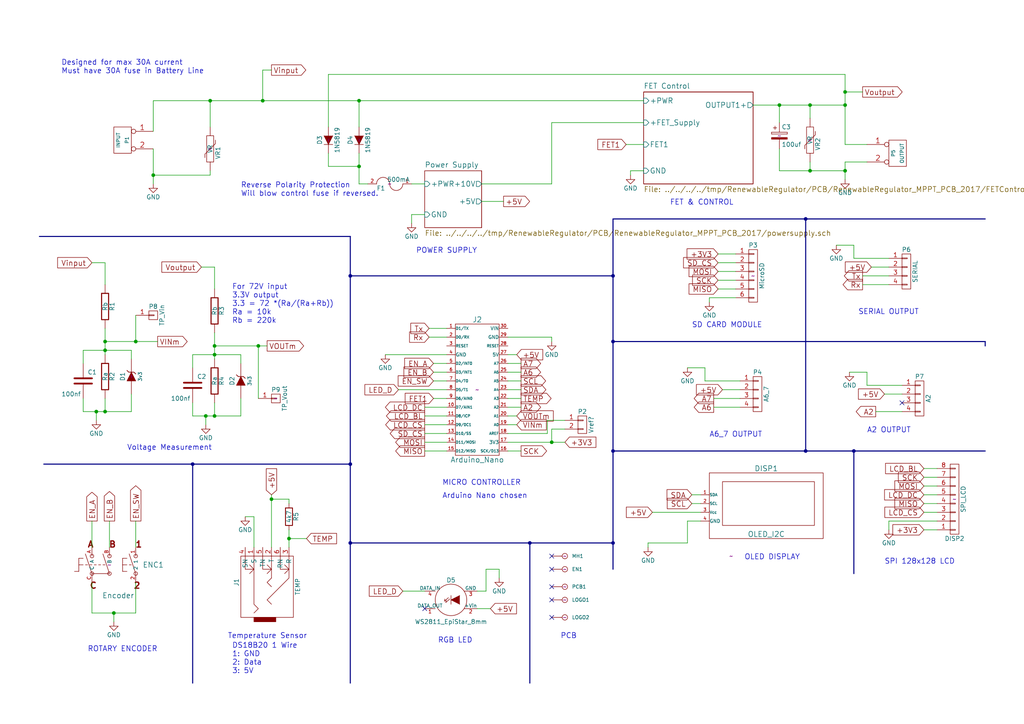
<source format=kicad_sch>
(kicad_sch (version 20230121) (generator eeschema)
  (paper "A4")
  (title_block (title "Renewable Regulator") (date "2017-04-04") (rev "1") (company "RE-Innovation"))
  (lib_symbols
    (symbol "RenewableRegulatorPCB_2017-rescue:Arduino_Nano_Header" (pin_names (offset 0.0254))
      (property "Reference" "J" (at 0 20.32 0))
      (property "Value" "Arduino_Nano_Header" (at 0 -20.32 0))
      (symbol "Arduino_Nano_Header_1_1"
        (pin passive line (at -8.89 17.78 0) (length 2.54) (name "D1/TX") (number "1"))
        (pin passive line (at -8.89 -5.08 0) (length 2.54) (name "D7/AIN1") (number "10"))
        (pin passive line (at -8.89 -7.62 0) (length 2.54) (name "D8/ICP") (number "11"))
        (pin passive line (at -8.89 -10.16 0) (length 2.54) (name "D9/0C1") (number "12"))
        (pin passive line (at -8.89 -12.7 0) (length 2.54) (name "D10/SS") (number "13"))
        (pin passive line (at -8.89 -15.24 0) (length 2.54) (name "D11/MOSI") (number "14"))
        (pin passive line (at -8.89 -17.78 0) (length 2.54) (name "D12/MISO") (number "15"))
        (pin passive line (at 8.89 -17.78 180) (length 2.54) (name "SCK/D13") (number "16"))
        (pin passive line (at 8.89 -15.24 180) (length 2.54) (name "3V3") (number "17"))
        (pin passive line (at 8.89 -12.7 180) (length 2.54) (name "AREF") (number "18"))
        (pin passive line (at 8.89 -10.16 180) (length 2.54) (name "A0") (number "19"))
        (pin passive line (at -8.89 15.24 0) (length 2.54) (name "D0/RX") (number "2"))
        (pin passive line (at 8.89 -7.62 180) (length 2.54) (name "A1") (number "20"))
        (pin passive line (at 8.89 -5.08 180) (length 2.54) (name "A2") (number "21"))
        (pin passive line (at 8.89 -2.54 180) (length 2.54) (name "A3") (number "22"))
        (pin passive line (at 8.89 0 180) (length 2.54) (name "A4") (number "23"))
        (pin passive line (at 8.89 2.54 180) (length 2.54) (name "A5") (number "24"))
        (pin passive line (at 8.89 5.08 180) (length 2.54) (name "A6") (number "25"))
        (pin passive line (at 8.89 7.62 180) (length 2.54) (name "A7") (number "26"))
        (pin passive line (at 8.89 10.16 180) (length 2.54) (name "5V") (number "27"))
        (pin passive line (at 8.89 12.7 180) (length 2.54) (name "RESET") (number "28"))
        (pin passive line (at 8.89 15.24 180) (length 2.54) (name "GND") (number "29"))
        (pin passive line (at -8.89 12.7 0) (length 2.54) (name "RESET") (number "3"))
        (pin passive line (at 8.89 17.78 180) (length 2.54) (name "VIN") (number "30"))
        (pin passive line (at -8.89 10.16 0) (length 2.54) (name "GND") (number "4"))
        (pin passive line (at -8.89 7.62 0) (length 2.54) (name "D2/INT0") (number "5"))
        (pin passive line (at -8.89 5.08 0) (length 2.54) (name "D3/INT1") (number "6"))
        (pin passive line (at -8.89 2.54 0) (length 2.54) (name "D4/T0") (number "7"))
        (pin passive line (at -8.89 0 0) (length 2.54) (name "D5/T1") (number "8"))
        (pin passive line (at -8.89 -2.54 0) (length 2.54) (name "D6/AIN0") (number "9"))
      )
    )
    (symbol "RenewableRegulatorPCB_2017-rescue:C-RESCUE-RenewableRegulatorPCB_2017" (pin_numbers hide) (pin_names (offset 0.254))
      (property "Reference" "C" (at 1.27 2.54 0))
      (property "Value" "C-RESCUE-RenewableRegulatorPCB_2017" (at 1.27 -2.54 0))
      (symbol "C-RESCUE-RenewableRegulatorPCB_2017_1_1"
        (pin passive line (at 0 5.08 270) (length 4.318) (name "~") (number "1"))
        (pin passive line (at 0 -5.08 90) (length 4.318) (name "~") (number "2"))
      )
    )
    (symbol "RenewableRegulatorPCB_2017-rescue:CONN_01X01" (pin_names (offset 1.016) hide)
      (property "Reference" "P" (at 0 2.54 0))
      (property "Value" "CONN_01X01" (at 2.54 0 90))
      (symbol "CONN_01X01_1_1"
        (pin passive line (at -5.08 0 0) (length 3.81) (name "P1") (number "1"))
      )
    )
    (symbol "RenewableRegulatorPCB_2017-rescue:CONN_01X02" (pin_names (offset 1.016) hide)
      (property "Reference" "P" (at 0 3.81 0))
      (property "Value" "CONN_01X02" (at 2.54 0 90))
      (symbol "CONN_01X02_1_1"
        (pin passive line (at -5.08 1.27 0) (length 3.81) (name "P1") (number "1"))
        (pin passive line (at -5.08 -1.27 0) (length 3.81) (name "P2") (number "2"))
      )
    )
    (symbol "RenewableRegulatorPCB_2017-rescue:CONN_01X04" (pin_names (offset 1.016) hide)
      (property "Reference" "P" (at 0 6.35 0))
      (property "Value" "CONN_01X04" (at 2.54 0 90))
      (symbol "CONN_01X04_1_1"
        (pin passive line (at -5.08 3.81 0) (length 3.81) (name "P1") (number "1"))
        (pin passive line (at -5.08 1.27 0) (length 3.81) (name "P2") (number "2"))
        (pin passive line (at -5.08 -1.27 0) (length 3.81) (name "P3") (number "3"))
        (pin passive line (at -5.08 -3.81 0) (length 3.81) (name "P4") (number "4"))
      )
    )
    (symbol "RenewableRegulatorPCB_2017-rescue:CONN_01X06" (pin_names (offset 1.016) hide)
      (property "Reference" "P" (at 0 8.89 0))
      (property "Value" "CONN_01X06" (at 2.54 0 90))
      (symbol "CONN_01X06_1_1"
        (pin passive line (at -5.08 6.35 0) (length 3.81) (name "P1") (number "1"))
        (pin passive line (at -5.08 3.81 0) (length 3.81) (name "P2") (number "2"))
        (pin passive line (at -5.08 1.27 0) (length 3.81) (name "P3") (number "3"))
        (pin passive line (at -5.08 -1.27 0) (length 3.81) (name "P4") (number "4"))
        (pin passive line (at -5.08 -3.81 0) (length 3.81) (name "P5") (number "5"))
        (pin passive line (at -5.08 -6.35 0) (length 3.81) (name "P6") (number "6"))
      )
    )
    (symbol "RenewableRegulatorPCB_2017-rescue:CONN_01X08" (pin_names (offset 1.016) hide)
      (property "Reference" "P" (at 0 11.43 0))
      (property "Value" "CONN_01X08" (at 2.54 0 90))
      (symbol "CONN_01X08_1_1"
        (pin passive line (at -5.08 8.89 0) (length 3.81) (name "P1") (number "1"))
        (pin passive line (at -5.08 6.35 0) (length 3.81) (name "P2") (number "2"))
        (pin passive line (at -5.08 3.81 0) (length 3.81) (name "P3") (number "3"))
        (pin passive line (at -5.08 1.27 0) (length 3.81) (name "P4") (number "4"))
        (pin passive line (at -5.08 -1.27 0) (length 3.81) (name "P5") (number "5"))
        (pin passive line (at -5.08 -3.81 0) (length 3.81) (name "P6") (number "6"))
        (pin passive line (at -5.08 -6.35 0) (length 3.81) (name "P7") (number "7"))
        (pin passive line (at -5.08 -8.89 0) (length 3.81) (name "P8") (number "8"))
      )
    )
    (symbol "RenewableRegulatorPCB_2017-rescue:CONN_2-RESCUE-RenewableRegulatorPCB_2017" (pin_names (offset 1.016) hide)
      (property "Reference" "P" (at -1.27 0 90))
      (property "Value" "CONN_2-RESCUE-RenewableRegulatorPCB_2017" (at 1.27 0 90))
      (symbol "CONN_2-RESCUE-RenewableRegulatorPCB_2017_1_1"
        (pin passive inverted (at -8.89 2.54 0) (length 6.35) (name "1") (number "1"))
        (pin passive inverted (at -8.89 -2.54 0) (length 6.35) (name "2") (number "2"))
      )
    )
    (symbol "RenewableRegulatorPCB_2017-rescue:CP" (pin_numbers hide) (pin_names (offset 0.254))
      (property "Reference" "C" (at 0.635 2.54 0))
      (property "Value" "CP" (at 0.635 -2.54 0))
      (symbol "CP_1_1"
        (pin passive line (at 0 3.81 270) (length 2.794) (name "~") (number "1"))
        (pin passive line (at 0 -3.81 90) (length 2.794) (name "~") (number "2"))
      )
    )
    (symbol "RenewableRegulatorPCB_2017-rescue:D" (pin_numbers hide) (pin_names (offset 1.016) hide)
      (property "Reference" "D" (at 0 2.54 0))
      (property "Value" "D" (at 0 -2.54 0))
      (symbol "D_1_1"
        (pin passive line (at -3.81 0 0) (length 2.54) (name "K") (number "1"))
        (pin passive line (at 3.81 0 180) (length 2.54) (name "A") (number "2"))
      )
    )
    (symbol "RenewableRegulatorPCB_2017-rescue:Encoder_1" (pin_names (offset 1.016))
      (property "Reference" "ENC" (at 0 8.89 0))
      (property "Value" "Encoder_1" (at 2.54 -8.89 0))
      (symbol "Encoder_1_1_0"
        (text "1" (at 8.509 5.969 0) (effects (font (size 1.778 1.778) bold)))
        (text "2" (at 8.001 -5.969 0) (effects (font (size 1.778 1.778) bold)))
        (text "A" (at -5.461 5.969 0) (effects (font (size 1.778 1.778) bold)))
        (text "B" (at 0.889 5.969 0) (effects (font (size 1.778 1.778) bold)))
        (text "C" (at -4.699 -5.969 0) (effects (font (size 1.778 1.778) bold)))
      )
      (symbol "Encoder_1_1_1"
        (pin passive line (at 7.62 5.08 270) (length 2.54) (name "1") (number "1"))
        (pin passive line (at 7.62 -5.08 90) (length 2.54) (name "2") (number "2"))
        (pin passive line (at -5.08 5.08 270) (length 2.54) (name "A") (number "A"))
        (pin passive line (at 0 5.08 270) (length 2.54) (name "B") (number "B"))
        (pin passive line (at -5.08 -5.08 90) (length 2.54) (name "C") (number "C"))
      )
    )
    (symbol "RenewableRegulatorPCB_2017-rescue:FUSE" (pin_names (offset 0.254))
      (property "Reference" "F" (at 2.54 1.27 0))
      (property "Value" "FUSE" (at -2.54 -1.27 0))
      (symbol "FUSE_1_1"
        (pin input line (at -6.35 0 0) (length 2.54) (name "~") (number "1"))
        (pin input line (at 6.35 0 180) (length 2.54) (name "~") (number "2"))
      )
    )
    (symbol "RenewableRegulatorPCB_2017-rescue:GND" (power) (pin_names (offset 0))
      (property "Value" "GND" (at 0 -3.81 0))
      (symbol "GND_1_1"
        (pin power_in line (at 0 0 270) (length 0) hide (name "GND") (number "1"))
      )
    )
    (symbol "RenewableRegulatorPCB_2017-rescue:JACK_TRS_6PINS" (pin_names (offset 0.762))
      (property "Reference" "J" (at 0 10.16 0))
      (property "Value" "JACK_TRS_6PINS" (at -1.27 -7.62 0))
      (symbol "JACK_TRS_6PINS_1_1"
        (pin passive line (at 10.16 5.08 180) (length 2.54) (name "S") (number "1"))
        (pin passive line (at 10.16 0 180) (length 2.54) (name "T") (number "2"))
        (pin passive line (at 10.16 -5.08 180) (length 2.54) (name "R") (number "3"))
        (pin passive line (at 10.16 7.62 180) (length 2.54) (name "SN") (number "4"))
        (pin passive line (at 10.16 2.54 180) (length 2.54) (name "TN") (number "5"))
        (pin passive line (at 10.16 -2.54 180) (length 2.54) (name "RN") (number "6"))
      )
    )
    (symbol "RenewableRegulatorPCB_2017-rescue:OLED_I2C" (pin_names (offset 0.0254))
      (property "Reference" "DISP" (at 10.16 25.4 0))
      (property "Value" "OLED_I2C" (at 10.16 6.35 0))
      (symbol "OLED_I2C_1_1"
        (pin passive line (at -8.89 17.78 0) (length 2.54) (name "SDA") (number "1"))
        (pin passive line (at -8.89 15.24 0) (length 2.54) (name "SCL") (number "2"))
        (pin passive line (at -8.89 12.7 0) (length 2.54) (name "Vcc") (number "3"))
        (pin passive line (at -8.89 10.16 0) (length 2.54) (name "GND") (number "4"))
      )
    )
    (symbol "RenewableRegulatorPCB_2017-rescue:R" (pin_numbers hide) (pin_names (offset 0))
      (property "Reference" "R" (at 2.032 0 90))
      (property "Value" "R" (at 0 0 90))
      (symbol "R_1_1"
        (pin passive line (at 0 3.81 270) (length 1.27) (name "~") (number "1"))
        (pin passive line (at 0 -3.81 90) (length 1.27) (name "~") (number "2"))
      )
    )
    (symbol "RenewableRegulatorPCB_2017-rescue:R-RESCUE-RenewableRegulatorPCB_2017" (pin_numbers hide) (pin_names (offset 0))
      (property "Reference" "R" (at 2.032 0 90))
      (property "Value" "R-RESCUE-RenewableRegulatorPCB_2017" (at 0 0 90))
      (symbol "R-RESCUE-RenewableRegulatorPCB_2017_1_1"
        (pin passive line (at 0 6.35 270) (length 2.54) (name "~") (number "1"))
        (pin passive line (at 0 -6.35 90) (length 2.54) (name "~") (number "2"))
      )
    )
    (symbol "RenewableRegulatorPCB_2017-rescue:WS2811_EpiStar_8mm" (pin_names (offset 0))
      (property "Reference" "D" (at 0 5.715 0))
      (property "Value" "WS2811_EpiStar_8mm" (at 0 -6.35 0))
      (symbol "WS2811_EpiStar_8mm_1_1"
        (pin output line (at -7.62 -2.54 0) (length 3.048) (name "DATA_OUT") (number "1"))
        (pin input line (at 7.62 -2.54 180) (length 3.81) (name "+Vin") (number "2"))
        (pin input line (at 7.62 2.54 180) (length 3.81) (name "GND") (number "3"))
        (pin input line (at -7.62 2.54 0) (length 3.048) (name "DATA_IN") (number "4"))
      )
    )
    (symbol "RenewableRegulatorPCB_2017-rescue:ZENER-RESCUE-RenewableRegulatorPCB_2017" (pin_numbers hide) (pin_names (offset 1.016) hide)
      (property "Reference" "D" (at 0 2.54 0))
      (property "Value" "ZENER-RESCUE-RenewableRegulatorPCB_2017" (at 0 -2.54 0))
      (symbol "ZENER-RESCUE-RenewableRegulatorPCB_2017_1_1"
        (pin passive line (at -5.08 0 0) (length 3.81) (name "A") (number "1"))
        (pin passive line (at 5.08 0 180) (length 3.81) (name "K") (number "2"))
      )
    )
    (symbol "RenewableRegulatorPCB_2017:CONN_1" (pin_numbers hide) (pin_names (offset 0.762) hide)
      (property "Reference" "P" (at 2.032 0 0))
      (symbol "CONN_1_1_1"
        (pin passive line (at -3.81 0 0) (length 2.54) (name "1") (number "1"))
      )
    )
    (symbol "RenewableRegulatorPCB_2017:VR" (pin_numbers hide) (pin_names (offset 0))
      (property "Reference" "VR" (at 2.032 0 90))
      (property "Value" "VR" (at 0 0 90))
      (symbol "VR_1_1"
        (pin passive line (at 0 6.35 270) (length 2.54) (name "~") (number "1"))
        (pin passive line (at 0 -6.35 90) (length 2.54) (name "~") (number "2"))
      )
    )
  )
  (junction (at 226.06 30.48))
  (junction (at 33.02 177.8))
  (junction (at 74.93 100.33))
  (junction (at 101.6 157.48))
  (junction (at 101.6 134.62))
  (junction (at 153.67 157.48))
  (junction (at 234.95 49.53))
  (junction (at 247.65 130.81))
  (junction (at 245.11 26.67))
  (junction (at 30.48 119.38))
  (junction (at 160.02 128.27))
  (junction (at 62.23 100.33))
  (junction (at 76.2 29.21))
  (junction (at 233.68 63.5))
  (junction (at 177.8 99.06))
  (junction (at 104.14 29.21))
  (junction (at 104.14 48.26))
  (junction (at 30.48 99.06))
  (junction (at 177.8 157.48))
  (junction (at 62.23 102.87))
  (junction (at 245.11 30.48))
  (junction (at 27.94 119.38))
  (junction (at 78.74 144.78))
  (junction (at 62.23 120.65))
  (junction (at 233.68 130.81))
  (junction (at 177.8 130.81))
  (junction (at 60.96 29.21))
  (junction (at 177.8 80.01))
  (junction (at 245.11 49.53))
  (junction (at 55.88 134.62))
  (junction (at 101.6 80.01))
  (junction (at 59.69 120.65))
  (junction (at 234.95 30.48))
  (junction (at 30.48 101.6))
  (junction (at 83.82 156.21))
  (junction (at 44.45 50.8))
  (junction (at 39.37 99.06))
  (no_connect (at 160.02 173.99))
  (no_connect (at 261.62 116.84))
  (no_connect (at 160.02 161.29))
  (no_connect (at 160.02 179.07))
  (no_connect (at 160.02 165.1))
  (no_connect (at 160.02 170.18))
  (no_connect (at 123.19 176.53))
  (wire (pts (xy 123.19 130.81) (xy 129.54 130.81)))
  (wire (pts (xy 149.86 120.65) (xy 147.32 120.65)))
  (wire (pts (xy 189.23 148.59) (xy 203.2 148.59)))
  (wire (pts (xy 208.28 76.2) (xy 213.36 76.2)))
  (wire (pts (xy 138.43 171.45) (xy 140.97 171.45)))
  (wire (pts (xy 115.57 113.03) (xy 129.54 113.03)))
  (bus (pts (xy 285.75 99.06) (xy 285.75 100.33)))
  (wire (pts (xy 74.93 100.33) (xy 77.47 100.33)))
  (wire (pts (xy 208.28 78.74) (xy 213.36 78.74)))
  (wire (pts (xy 226.06 43.18) (xy 226.06 49.53)))
  (wire (pts (xy 95.25 48.26) (xy 104.14 48.26)))
  (wire (pts (xy 55.88 120.65) (xy 55.88 116.84)))
  (wire (pts (xy 163.83 128.27) (xy 160.02 128.27)))
  (wire (pts (xy 71.12 149.86) (xy 73.66 149.86)))
  (bus (pts (xy 101.6 80.01) (xy 101.6 134.62)))
  (bus (pts (xy 177.8 99.06) (xy 177.8 130.81)))
  (wire (pts (xy 245.11 52.07) (xy 245.11 49.53)))
  (wire (pts (xy 78.74 144.78) (xy 78.74 158.75)))
  (bus (pts (xy 177.8 99.06) (xy 285.75 99.06)))
  (wire (pts (xy 140.97 171.45) (xy 140.97 165.1)))
  (wire (pts (xy 30.48 99.06) (xy 30.48 101.6)))
  (wire (pts (xy 30.48 119.38) (xy 30.48 115.57)))
  (wire (pts (xy 30.48 101.6) (xy 30.48 102.87)))
  (wire (pts (xy 27.94 119.38) (xy 30.48 119.38)))
  (wire (pts (xy 55.88 120.65) (xy 59.69 120.65)))
  (wire (pts (xy 267.97 148.59) (xy 271.78 148.59)))
  (wire (pts (xy 30.48 99.06) (xy 39.37 99.06)))
  (wire (pts (xy 60.96 50.8) (xy 60.96 49.53)))
  (wire (pts (xy 125.73 115.57) (xy 129.54 115.57)))
  (wire (pts (xy 214.63 110.49) (xy 204.47 110.49)))
  (wire (pts (xy 250.19 80.01) (xy 257.81 80.01)))
  (wire (pts (xy 39.37 99.06) (xy 45.72 99.06)))
  (wire (pts (xy 62.23 120.65) (xy 69.85 120.65)))
  (bus (pts (xy 177.8 130.81) (xy 177.8 157.48)))
  (wire (pts (xy 252.73 77.47) (xy 257.81 77.47)))
  (wire (pts (xy 147.32 102.87) (xy 149.86 102.87)))
  (wire (pts (xy 163.83 124.46) (xy 160.02 124.46)))
  (wire (pts (xy 267.97 143.51) (xy 271.78 143.51)))
  (wire (pts (xy 26.67 158.75) (xy 26.67 151.13)))
  (wire (pts (xy 123.19 62.23) (xy 119.38 62.23)))
  (wire (pts (xy 160.02 124.46) (xy 160.02 128.27)))
  (wire (pts (xy 182.88 49.53) (xy 182.88 50.8)))
  (wire (pts (xy 199.39 151.13) (xy 203.2 151.13)))
  (wire (pts (xy 144.78 165.1) (xy 144.78 167.64)))
  (bus (pts (xy 233.68 130.81) (xy 247.65 130.81)))
  (wire (pts (xy 256.54 114.3) (xy 261.62 114.3)))
  (wire (pts (xy 160.02 35.56) (xy 186.69 35.56)))
  (wire (pts (xy 62.23 100.33) (xy 74.93 100.33)))
  (wire (pts (xy 123.19 128.27) (xy 129.54 128.27)))
  (bus (pts (xy 101.6 157.48) (xy 153.67 157.48)))
  (bus (pts (xy 101.6 68.58) (xy 101.6 80.01)))
  (wire (pts (xy 139.7 58.42) (xy 146.05 58.42)))
  (wire (pts (xy 83.82 158.75) (xy 83.82 156.21)))
  (bus (pts (xy 101.6 134.62) (xy 101.6 157.48)))
  (wire (pts (xy 60.96 50.8) (xy 44.45 50.8)))
  (wire (pts (xy 209.55 113.03) (xy 214.63 113.03)))
  (wire (pts (xy 24.13 119.38) (xy 24.13 115.57)))
  (wire (pts (xy 271.78 151.13) (xy 257.81 151.13)))
  (wire (pts (xy 44.45 50.8) (xy 44.45 53.34)))
  (wire (pts (xy 30.48 119.38) (xy 38.1 119.38)))
  (wire (pts (xy 38.1 119.38) (xy 38.1 114.3)))
  (wire (pts (xy 24.13 119.38) (xy 27.94 119.38)))
  (wire (pts (xy 39.37 177.8) (xy 39.37 168.91)))
  (bus (pts (xy 55.88 134.62) (xy 55.88 198.12)))
  (wire (pts (xy 24.13 105.41) (xy 24.13 101.6)))
  (bus (pts (xy 12.7 134.62) (xy 55.88 134.62)))
  (wire (pts (xy 119.38 62.23) (xy 119.38 64.77)))
  (wire (pts (xy 33.02 180.34) (xy 33.02 177.8)))
  (wire (pts (xy 83.82 156.21) (xy 83.82 153.67)))
  (wire (pts (xy 33.02 177.8) (xy 39.37 177.8)))
  (wire (pts (xy 267.97 140.97) (xy 271.78 140.97)))
  (wire (pts (xy 26.67 177.8) (xy 33.02 177.8)))
  (wire (pts (xy 55.88 102.87) (xy 62.23 102.87)))
  (wire (pts (xy 160.02 128.27) (xy 147.32 128.27)))
  (wire (pts (xy 30.48 76.2) (xy 30.48 82.55)))
  (wire (pts (xy 158.75 121.92) (xy 163.83 121.92)))
  (wire (pts (xy 124.46 95.25) (xy 129.54 95.25)))
  (wire (pts (xy 247.65 71.12) (xy 242.57 71.12)))
  (wire (pts (xy 62.23 77.47) (xy 62.23 83.82)))
  (wire (pts (xy 26.67 76.2) (xy 30.48 76.2)))
  (wire (pts (xy 160.02 53.34) (xy 160.02 35.56)))
  (wire (pts (xy 160.02 97.79) (xy 160.02 99.06)))
  (wire (pts (xy 213.36 86.36) (xy 205.74 86.36)))
  (wire (pts (xy 62.23 102.87) (xy 62.23 104.14)))
  (wire (pts (xy 62.23 96.52) (xy 62.23 100.33)))
  (wire (pts (xy 73.66 149.86) (xy 73.66 158.75)))
  (wire (pts (xy 76.2 29.21) (xy 104.14 29.21)))
  (wire (pts (xy 78.74 143.51) (xy 78.74 144.78)))
  (wire (pts (xy 58.42 77.47) (xy 62.23 77.47)))
  (wire (pts (xy 250.19 26.67) (xy 245.11 26.67)))
  (wire (pts (xy 245.11 30.48) (xy 245.11 41.91)))
  (wire (pts (xy 147.32 110.49) (xy 151.13 110.49)))
  (wire (pts (xy 39.37 91.44) (xy 39.37 99.06)))
  (wire (pts (xy 62.23 102.87) (xy 69.85 102.87)))
  (wire (pts (xy 226.06 30.48) (xy 234.95 30.48)))
  (wire (pts (xy 147.32 123.19) (xy 149.86 123.19)))
  (wire (pts (xy 245.11 21.59) (xy 245.11 26.67)))
  (wire (pts (xy 147.32 107.95) (xy 151.13 107.95)))
  (bus (pts (xy 177.8 63.5) (xy 233.68 63.5)))
  (wire (pts (xy 44.45 29.21) (xy 60.96 29.21)))
  (wire (pts (xy 129.54 120.65) (xy 123.19 120.65)))
  (wire (pts (xy 129.54 118.11) (xy 123.19 118.11)))
  (wire (pts (xy 60.96 36.83) (xy 60.96 29.21)))
  (bus (pts (xy 153.67 157.48) (xy 177.8 157.48)))
  (wire (pts (xy 214.63 118.11) (xy 207.01 118.11)))
  (wire (pts (xy 207.01 115.57) (xy 214.63 115.57)))
  (wire (pts (xy 245.11 46.99) (xy 251.46 46.99)))
  (wire (pts (xy 234.95 30.48) (xy 245.11 30.48)))
  (wire (pts (xy 119.38 53.34) (xy 123.19 53.34)))
  (wire (pts (xy 199.39 157.48) (xy 199.39 151.13)))
  (wire (pts (xy 69.85 102.87) (xy 69.85 105.41)))
  (wire (pts (xy 24.13 101.6) (xy 30.48 101.6)))
  (wire (pts (xy 257.81 151.13) (xy 257.81 153.67)))
  (wire (pts (xy 138.43 176.53) (xy 142.24 176.53)))
  (wire (pts (xy 261.62 111.76) (xy 251.46 111.76)))
  (wire (pts (xy 60.96 29.21) (xy 76.2 29.21)))
  (wire (pts (xy 147.32 125.73) (xy 158.75 125.73)))
  (wire (pts (xy 245.11 49.53) (xy 245.11 46.99)))
  (wire (pts (xy 245.11 41.91) (xy 251.46 41.91)))
  (wire (pts (xy 208.28 73.66) (xy 213.36 73.66)))
  (wire (pts (xy 116.84 171.45) (xy 123.19 171.45)))
  (wire (pts (xy 208.28 83.82) (xy 213.36 83.82)))
  (wire (pts (xy 27.94 121.92) (xy 27.94 119.38)))
  (bus (pts (xy 101.6 157.48) (xy 101.6 198.12)))
  (wire (pts (xy 218.44 30.48) (xy 226.06 30.48)))
  (bus (pts (xy 55.88 134.62) (xy 101.6 134.62)))
  (wire (pts (xy 55.88 106.68) (xy 55.88 102.87)))
  (wire (pts (xy 104.14 48.26) (xy 104.14 53.34)))
  (wire (pts (xy 267.97 138.43) (xy 271.78 138.43)))
  (wire (pts (xy 187.96 158.75) (xy 187.96 157.48)))
  (wire (pts (xy 83.82 146.05) (xy 83.82 144.78)))
  (wire (pts (xy 76.2 20.32) (xy 76.2 29.21)))
  (wire (pts (xy 204.47 110.49) (xy 204.47 106.68)))
  (bus (pts (xy 177.8 80.01) (xy 101.6 80.01)))
  (wire (pts (xy 204.47 106.68) (xy 199.39 106.68)))
  (wire (pts (xy 147.32 130.81) (xy 151.13 130.81)))
  (wire (pts (xy 205.74 86.36) (xy 205.74 87.63)))
  (wire (pts (xy 38.1 101.6) (xy 38.1 104.14)))
  (wire (pts (xy 62.23 100.33) (xy 62.23 102.87)))
  (wire (pts (xy 123.19 123.19) (xy 129.54 123.19)))
  (wire (pts (xy 158.75 125.73) (xy 158.75 121.92)))
  (wire (pts (xy 125.73 110.49) (xy 129.54 110.49)))
  (wire (pts (xy 251.46 111.76) (xy 251.46 107.95)))
  (wire (pts (xy 78.74 20.32) (xy 76.2 20.32)))
  (wire (pts (xy 208.28 81.28) (xy 213.36 81.28)))
  (bus (pts (xy 233.68 130.81) (xy 233.68 63.5)))
  (wire (pts (xy 147.32 105.41) (xy 151.13 105.41)))
  (wire (pts (xy 147.32 115.57) (xy 151.13 115.57)))
  (wire (pts (xy 123.19 125.73) (xy 129.54 125.73)))
  (bus (pts (xy 177.8 80.01) (xy 177.8 99.06)))
  (wire (pts (xy 245.11 26.67) (xy 245.11 30.48)))
  (bus (pts (xy 153.67 157.48) (xy 153.67 198.12)))
  (wire (pts (xy 226.06 49.53) (xy 234.95 49.53)))
  (wire (pts (xy 247.65 74.93) (xy 247.65 71.12)))
  (wire (pts (xy 39.37 158.75) (xy 39.37 151.13)))
  (wire (pts (xy 59.69 120.65) (xy 62.23 120.65)))
  (bus (pts (xy 11.43 68.58) (xy 101.6 68.58)))
  (wire (pts (xy 200.66 146.05) (xy 203.2 146.05)))
  (wire (pts (xy 257.81 82.55) (xy 250.19 82.55)))
  (wire (pts (xy 44.45 38.1) (xy 44.45 29.21)))
  (wire (pts (xy 257.81 74.93) (xy 247.65 74.93)))
  (wire (pts (xy 95.25 21.59) (xy 245.11 21.59)))
  (wire (pts (xy 83.82 156.21) (xy 88.9 156.21)))
  (wire (pts (xy 267.97 146.05) (xy 271.78 146.05)))
  (wire (pts (xy 140.97 165.1) (xy 144.78 165.1)))
  (wire (pts (xy 181.61 41.91) (xy 186.69 41.91)))
  (wire (pts (xy 251.46 107.95) (xy 246.38 107.95)))
  (wire (pts (xy 186.69 49.53) (xy 182.88 49.53)))
  (wire (pts (xy 147.32 118.11) (xy 151.13 118.11)))
  (wire (pts (xy 129.54 102.87) (xy 111.76 102.87)))
  (wire (pts (xy 147.32 113.03) (xy 151.13 113.03)))
  (bus (pts (xy 233.68 63.5) (xy 285.75 63.5)))
  (wire (pts (xy 104.14 44.45) (xy 104.14 48.26)))
  (bus (pts (xy 247.65 130.81) (xy 285.75 130.81)))
  (wire (pts (xy 104.14 29.21) (xy 186.69 29.21)))
  (wire (pts (xy 95.25 36.83) (xy 95.25 21.59)))
  (wire (pts (xy 30.48 95.25) (xy 30.48 99.06)))
  (bus (pts (xy 177.8 130.81) (xy 233.68 130.81)))
  (wire (pts (xy 234.95 49.53) (xy 245.11 49.53)))
  (wire (pts (xy 234.95 34.29) (xy 234.95 30.48)))
  (wire (pts (xy 267.97 135.89) (xy 271.78 135.89)))
  (wire (pts (xy 31.75 158.75) (xy 31.75 151.13)))
  (wire (pts (xy 69.85 120.65) (xy 69.85 115.57)))
  (wire (pts (xy 59.69 123.19) (xy 59.69 120.65)))
  (bus (pts (xy 177.8 157.48) (xy 177.8 165.1)))
  (wire (pts (xy 234.95 46.99) (xy 234.95 49.53)))
  (wire (pts (xy 26.67 168.91) (xy 26.67 177.8)))
  (wire (pts (xy 124.46 97.79) (xy 129.54 97.79)))
  (wire (pts (xy 226.06 35.56) (xy 226.06 30.48)))
  (wire (pts (xy 83.82 144.78) (xy 78.74 144.78)))
  (wire (pts (xy 95.25 44.45) (xy 95.25 48.26)))
  (wire (pts (xy 271.78 153.67) (xy 267.97 153.67)))
  (wire (pts (xy 74.93 115.57) (xy 74.93 100.33)))
  (wire (pts (xy 44.45 43.18) (xy 44.45 50.8)))
  (wire (pts (xy 147.32 97.79) (xy 160.02 97.79)))
  (wire (pts (xy 187.96 157.48) (xy 199.39 157.48)))
  (bus (pts (xy 247.65 166.37) (xy 247.65 130.81)))
  (wire (pts (xy 200.66 143.51) (xy 203.2 143.51)))
  (wire (pts (xy 30.48 101.6) (xy 38.1 101.6)))
  (bus (pts (xy 177.8 63.5) (xy 177.8 80.01)))
  (wire (pts (xy 261.62 119.38) (xy 254 119.38)))
  (wire (pts (xy 104.14 53.34) (xy 106.68 53.34)))
  (wire (pts (xy 139.7 53.34) (xy 160.02 53.34)))
  (wire (pts (xy 104.14 36.83) (xy 104.14 29.21)))
  (wire (pts (xy 125.73 105.41) (xy 129.54 105.41)))
  (wire (pts (xy 62.23 120.65) (xy 62.23 116.84)))
  (wire (pts (xy 125.73 107.95) (xy 129.54 107.95)))
  (text "Designed for max 30A current\nMust have 30A fuse in Battery Line" (at 17.78 21.59 0) (effects (font (size 1.524 1.524)) (justify left bottom)))
  (text "Reverse Polarity Protection\nWill blow control fuse if reversed." (at 69.85 57.15 0) (effects (font (size 1.524 1.524)) (justify left bottom)))
  (text "A6_7 OUTPUT" (at 205.74 127 0) (effects (font (size 1.524 1.524)) (justify left bottom)))
  (text "RGB LED" (at 127 186.69 0) (effects (font (size 1.524 1.524)) (justify left bottom)))
  (text "SERIAL OUTPUT" (at 248.92 91.44 0) (effects (font (size 1.524 1.524)) (justify left bottom)))
  (text "PCB" (at 162.56 185.42 0) (effects (font (size 1.524 1.524)) (justify left bottom)))
  (text "Temperature Sensor" (at 66.04 185.42 0) (effects (font (size 1.524 1.524)) (justify left bottom)))
  (text "DS18B20 1 Wire\n1: GND\n2: Data\n3: 5V" (at 67.31 195.58 0) (effects (font (size 1.524 1.524)) (justify left bottom)))
  (text "Voltage Measurement" (at 36.83 130.81 0) (effects (font (size 1.524 1.524)) (justify left bottom)))
  (text "ROTARY ENCODER" (at 25.4 189.23 0) (effects (font (size 1.524 1.524)) (justify left bottom)))
  (text "MICRO CONTROLLER" (at 128.27 140.97 0) (effects (font (size 1.524 1.524)) (justify left bottom)))
  (text "A2 OUTPUT" (at 251.46 125.73 0) (effects (font (size 1.524 1.524)) (justify left bottom)))
  (text "POWER SUPPLY" (at 120.65 73.66 0) (effects (font (size 1.524 1.524)) (justify left bottom)))
  (text "SD CARD MODULE" (at 200.66 95.25 0) (effects (font (size 1.524 1.524)) (justify left bottom)))
  (text "For 72V input\n3.3V output\n3.3 = 72 *(Ra/(Ra+Rb))\nRa = 10k\nRb = 220k" (at 67.31 93.98 0) (effects (font (size 1.524 1.524)) (justify left bottom)))
  (text "SPI 128x128 LCD" (at 256.54 163.83 0) (effects (font (size 1.524 1.524)) (justify left bottom)))
  (text "FET & CONTROL" (at 194.31 59.69 0) (effects (font (size 1.524 1.524)) (justify left bottom)))
  (text "Arduino Nano chosen" (at 128.27 144.78 0) (effects (font (size 1.524 1.524)) (justify left bottom)))
  (text "OLED DISPLAY" (at 215.9 162.56 0) (effects (font (size 1.524 1.524)) (justify left bottom)))
  (global_label "MOSI" (shape input) (at 208.28 78.74 180) (effects (font (size 1.524 1.524))) (property "Intersheetrefs" "${INTERSHEET_REFS}" (effects hide)))
  (global_label "+5V" (shape input) (at 209.55 113.03 180) (effects (font (size 1.524 1.524))) (property "Intersheetrefs" "${INTERSHEET_REFS}" (effects hide)))
  (global_label "VINm" (shape input) (at 149.86 123.19 0) (effects (font (size 1.524 1.524))) (property "Intersheetrefs" "${INTERSHEET_REFS}" (effects hide)))
  (global_label "FET1" (shape input) (at 181.61 41.91 180) (effects (font (size 1.524 1.524))) (property "Intersheetrefs" "${INTERSHEET_REFS}" (effects hide)))
  (global_label "SCK" (shape output) (at 151.13 130.81 0) (effects (font (size 1.524 1.524))) (property "Intersheetrefs" "${INTERSHEET_REFS}" (effects hide)))
  (global_label "Voutput" (shape output) (at 250.19 26.67 0) (effects (font (size 1.524 1.524))) (property "Intersheetrefs" "${INTERSHEET_REFS}" (effects hide)))
  (global_label "Rx" (shape output) (at 250.19 82.55 180) (effects (font (size 1.524 1.524))) (property "Intersheetrefs" "${INTERSHEET_REFS}" (effects hide)))
  (global_label "SD_CS" (shape output) (at 123.19 125.73 180) (effects (font (size 1.524 1.524))) (property "Intersheetrefs" "${INTERSHEET_REFS}" (effects hide)))
  (global_label "Tx" (shape output) (at 250.19 80.01 180) (effects (font (size 1.524 1.524))) (property "Intersheetrefs" "${INTERSHEET_REFS}" (effects hide)))
  (global_label "A2" (shape output) (at 254 119.38 180) (effects (font (size 1.524 1.524))) (property "Intersheetrefs" "${INTERSHEET_REFS}" (effects hide)))
  (global_label "EN_SW" (shape output) (at 39.37 151.13 90) (effects (font (size 1.524 1.524))) (property "Intersheetrefs" "${INTERSHEET_REFS}" (effects hide)))
  (global_label "+5V" (shape input) (at 189.23 148.59 180) (effects (font (size 1.524 1.524))) (property "Intersheetrefs" "${INTERSHEET_REFS}" (effects hide)))
  (global_label "+5V" (shape output) (at 146.05 58.42 0) (effects (font (size 1.524 1.524))) (property "Intersheetrefs" "${INTERSHEET_REFS}" (effects hide)))
  (global_label "+3V3" (shape input) (at 163.83 128.27 0) (effects (font (size 1.524 1.524))) (property "Intersheetrefs" "${INTERSHEET_REFS}" (effects hide)))
  (global_label "+5V" (shape input) (at 252.73 77.47 180) (effects (font (size 1.524 1.524))) (property "Intersheetrefs" "${INTERSHEET_REFS}" (effects hide)))
  (global_label "LCD_CS" (shape input) (at 267.97 148.59 180) (effects (font (size 1.524 1.524))) (property "Intersheetrefs" "${INTERSHEET_REFS}" (effects hide)))
  (global_label "SCL" (shape input) (at 200.66 146.05 180) (effects (font (size 1.524 1.524))) (property "Intersheetrefs" "${INTERSHEET_REFS}" (effects hide)))
  (global_label "SCK" (shape input) (at 267.97 138.43 180) (effects (font (size 1.524 1.524))) (property "Intersheetrefs" "${INTERSHEET_REFS}" (effects hide)))
  (global_label "+5V" (shape input) (at 256.54 114.3 180) (effects (font (size 1.524 1.524))) (property "Intersheetrefs" "${INTERSHEET_REFS}" (effects hide)))
  (global_label "Vinput" (shape input) (at 26.67 76.2 180) (effects (font (size 1.524 1.524))) (property "Intersheetrefs" "${INTERSHEET_REFS}" (effects hide)))
  (global_label "LCD_BL" (shape output) (at 123.19 120.65 180) (effects (font (size 1.524 1.524))) (property "Intersheetrefs" "${INTERSHEET_REFS}" (effects hide)))
  (global_label "A2" (shape output) (at 151.13 118.11 0) (effects (font (size 1.524 1.524))) (property "Intersheetrefs" "${INTERSHEET_REFS}" (effects hide)))
  (global_label "Rx" (shape input) (at 124.46 97.79 180) (effects (font (size 1.524 1.524))) (property "Intersheetrefs" "${INTERSHEET_REFS}" (effects hide)))
  (global_label "Voutput" (shape input) (at 58.42 77.47 180) (effects (font (size 1.524 1.524))) (property "Intersheetrefs" "${INTERSHEET_REFS}" (effects hide)))
  (global_label "MISO" (shape input) (at 267.97 146.05 180) (effects (font (size 1.524 1.524))) (property "Intersheetrefs" "${INTERSHEET_REFS}" (effects hide)))
  (global_label "LED_D" (shape input) (at 116.84 171.45 180) (effects (font (size 1.524 1.524))) (property "Intersheetrefs" "${INTERSHEET_REFS}" (effects hide)))
  (global_label "SCK" (shape input) (at 208.28 81.28 180) (effects (font (size 1.524 1.524))) (property "Intersheetrefs" "${INTERSHEET_REFS}" (effects hide)))
  (global_label "LCD_CS" (shape output) (at 123.19 123.19 180) (effects (font (size 1.524 1.524))) (property "Intersheetrefs" "${INTERSHEET_REFS}" (effects hide)))
  (global_label "SDA" (shape output) (at 151.13 113.03 0) (effects (font (size 1.524 1.524))) (property "Intersheetrefs" "${INTERSHEET_REFS}" (effects hide)))
  (global_label "EN_A" (shape output) (at 26.67 151.13 90) (effects (font (size 1.524 1.524))) (property "Intersheetrefs" "${INTERSHEET_REFS}" (effects hide)))
  (global_label "LCD_DC" (shape output) (at 123.19 118.11 180) (effects (font (size 1.524 1.524))) (property "Intersheetrefs" "${INTERSHEET_REFS}" (effects hide)))
  (global_label "+3V3" (shape input) (at 267.97 153.67 180) (effects (font (size 1.524 1.524))) (property "Intersheetrefs" "${INTERSHEET_REFS}" (effects hide)))
  (global_label "+5V" (shape input) (at 78.74 143.51 90) (effects (font (size 1.524 1.524))) (property "Intersheetrefs" "${INTERSHEET_REFS}" (effects hide)))
  (global_label "+3V3" (shape input) (at 208.28 73.66 180) (effects (font (size 1.524 1.524))) (property "Intersheetrefs" "${INTERSHEET_REFS}" (effects hide)))
  (global_label "TEMP" (shape input) (at 88.9 156.21 0) (effects (font (size 1.524 1.524))) (property "Intersheetrefs" "${INTERSHEET_REFS}" (effects hide)))
  (global_label "LCD_DC" (shape input) (at 267.97 143.51 180) (effects (font (size 1.524 1.524))) (property "Intersheetrefs" "${INTERSHEET_REFS}" (effects hide)))
  (global_label "VOUTm" (shape output) (at 77.47 100.33 0) (effects (font (size 1.524 1.524))) (property "Intersheetrefs" "${INTERSHEET_REFS}" (effects hide)))
  (global_label "VINm" (shape output) (at 45.72 99.06 0) (effects (font (size 1.524 1.524))) (property "Intersheetrefs" "${INTERSHEET_REFS}" (effects hide)))
  (global_label "A6" (shape output) (at 207.01 118.11 180) (effects (font (size 1.524 1.524))) (property "Intersheetrefs" "${INTERSHEET_REFS}" (effects hide)))
  (global_label "SD_CS" (shape input) (at 208.28 76.2 180) (effects (font (size 1.524 1.524))) (property "Intersheetrefs" "${INTERSHEET_REFS}" (effects hide)))
  (global_label "+5V" (shape input) (at 149.86 102.87 0) (effects (font (size 1.524 1.524))) (property "Intersheetrefs" "${INTERSHEET_REFS}" (effects hide)))
  (global_label "LCD_BL" (shape input) (at 267.97 135.89 180) (effects (font (size 1.524 1.524))) (property "Intersheetrefs" "${INTERSHEET_REFS}" (effects hide)))
  (global_label "MISO" (shape output) (at 123.19 130.81 180) (effects (font (size 1.524 1.524))) (property "Intersheetrefs" "${INTERSHEET_REFS}" (effects hide)))
  (global_label "VOUTm" (shape input) (at 149.86 120.65 0) (effects (font (size 1.524 1.524))) (property "Intersheetrefs" "${INTERSHEET_REFS}" (effects hide)))
  (global_label "LED_D" (shape input) (at 115.57 113.03 180) (effects (font (size 1.524 1.524))) (property "Intersheetrefs" "${INTERSHEET_REFS}" (effects hide)))
  (global_label "A7" (shape output) (at 151.13 105.41 0) (effects (font (size 1.524 1.524))) (property "Intersheetrefs" "${INTERSHEET_REFS}" (effects hide)))
  (global_label "EN_A" (shape input) (at 125.73 105.41 180) (effects (font (size 1.524 1.524))) (property "Intersheetrefs" "${INTERSHEET_REFS}" (effects hide)))
  (global_label "FET1" (shape input) (at 125.73 115.57 180) (effects (font (size 1.524 1.524))) (property "Intersheetrefs" "${INTERSHEET_REFS}" (effects hide)))
  (global_label "EN_B" (shape output) (at 31.75 151.13 90) (effects (font (size 1.524 1.524))) (property "Intersheetrefs" "${INTERSHEET_REFS}" (effects hide)))
  (global_label "MISO" (shape input) (at 208.28 83.82 180) (effects (font (size 1.524 1.524))) (property "Intersheetrefs" "${INTERSHEET_REFS}" (effects hide)))
  (global_label "A6" (shape output) (at 151.13 107.95 0) (effects (font (size 1.524 1.524))) (property "Intersheetrefs" "${INTERSHEET_REFS}" (effects hide)))
  (global_label "SDA" (shape input) (at 200.66 143.51 180) (effects (font (size 1.524 1.524))) (property "Intersheetrefs" "${INTERSHEET_REFS}" (effects hide)))
  (global_label "Tx" (shape input) (at 124.46 95.25 180) (effects (font (size 1.524 1.524))) (property "Intersheetrefs" "${INTERSHEET_REFS}" (effects hide)))
  (global_label "MOSI" (shape output) (at 123.19 128.27 180) (effects (font (size 1.524 1.524))) (property "Intersheetrefs" "${INTERSHEET_REFS}" (effects hide)))
  (global_label "A7" (shape output) (at 207.01 115.57 180) (effects (font (size 1.524 1.524))) (property "Intersheetrefs" "${INTERSHEET_REFS}" (effects hide)))
  (global_label "MOSI" (shape input) (at 267.97 140.97 180) (effects (font (size 1.524 1.524))) (property "Intersheetrefs" "${INTERSHEET_REFS}" (effects hide)))
  (global_label "EN_SW" (shape input) (at 125.73 110.49 180) (effects (font (size 1.524 1.524))) (property "Intersheetrefs" "${INTERSHEET_REFS}" (effects hide)))
  (global_label "+5V" (shape input) (at 142.24 176.53 0) (effects (font (size 1.524 1.524))) (property "Intersheetrefs" "${INTERSHEET_REFS}" (effects hide)))
  (global_label "SCL" (shape output) (at 151.13 110.49 0) (effects (font (size 1.524 1.524))) (property "Intersheetrefs" "${INTERSHEET_REFS}" (effects hide)))
  (global_label "TEMP" (shape output) (at 151.13 115.57 0) (effects (font (size 1.524 1.524))) (property "Intersheetrefs" "${INTERSHEET_REFS}" (effects hide)))
  (global_label "Vinput" (shape output) (at 78.74 20.32 0) (effects (font (size 1.524 1.524))) (property "Intersheetrefs" "${INTERSHEET_REFS}" (effects hide)))
  (global_label "EN_B" (shape input) (at 125.73 107.95 180) (effects (font (size 1.524 1.524))) (property "Intersheetrefs" "${INTERSHEET_REFS}" (effects hide)))
  (symbol (lib_id "RenewableRegulatorPCB_2017-rescue:CONN_2-RESCUE-RenewableRegulatorPCB_2017") (at 35.56 40.64 0) (mirror y) (unit 1)
    (property "Reference" "P1" (at 36.83 40.64 90) (effects (font (size 1.016 1.016))))
    (property "Value" "INPUT" (at 34.29 40.64 90) (effects (font (size 1.016 1.016))))
    (property "Footprint" "RenewableRegulatorPCB_2017_Library_Yoan:Connecteurs_IO_SIL-2_screw_terminal_32A" (effects hide))
  )
  (symbol (lib_id "RenewableRegulatorPCB_2017-rescue:R-RESCUE-RenewableRegulatorPCB_2017") (at 30.48 88.9 0) (unit 1)
    (property "Reference" "R1" (at 32.512 88.9 90))
    (property "Value" "Rb" (at 30.48 88.9 90))
    (property "Footprint" "REInnovationFootprint:TH_Resistor_1" (effects hide))
  )
  (symbol (lib_id "RenewableRegulatorPCB_2017-rescue:R-RESCUE-RenewableRegulatorPCB_2017") (at 30.48 109.22 0) (unit 1)
    (property "Reference" "R2" (at 32.512 109.22 90))
    (property "Value" "Ra" (at 30.48 109.22 90))
    (property "Footprint" "REInnovationFootprint:TH_Resistor_1" (effects hide))
  )
  (symbol (lib_id "RenewableRegulatorPCB_2017-rescue:C-RESCUE-RenewableRegulatorPCB_2017") (at 24.13 110.49 0) (unit 1)
    (property "Reference" "C1" (at 25.4 107.95 0) (effects (justify left)))
    (property "Value" "100nf" (at 17.78 114.3 0) (effects (justify left)))
    (property "Footprint" "matts_components:C1_wide_lg_pad" (effects hide))
  )
  (symbol (lib_id "RenewableRegulatorPCB_2017-rescue:ZENER-RESCUE-RenewableRegulatorPCB_2017") (at 38.1 109.22 90) (unit 1)
    (property "Reference" "D1" (at 35.56 109.22 0))
    (property "Value" "3v3" (at 40.64 109.22 0) (effects (font (size 1.016 1.016))))
    (property "Footprint" "REInnovationFootprint:TH_Diode_1" (effects hide))
    (property "Notes" "~" (at 38.1 109.22 0) (effects (font (size 1.524 1.524))))
  )
  (symbol (lib_id "RenewableRegulatorPCB_2017:CONN_1") (at 163.83 170.18 0) (unit 1)
    (property "Reference" "PCB1" (at 165.862 170.18 0) (effects (font (size 1.016 1.016)) (justify left)))
    (property "Value" "PCB" (effects hide))
    (property "Footprint" "REInnovationFootprint:PCB_75x100mm" (effects hide))
    (property "Notes" "~" (at 163.83 170.18 0) (effects (font (size 1.524 1.524))))
  )
  (symbol (lib_id "RenewableRegulatorPCB_2017:CONN_1") (at 163.83 173.99 0) (unit 1)
    (property "Reference" "LOGO1" (at 165.862 173.99 0) (effects (font (size 1.016 1.016)) (justify left)))
    (property "Value" "LOGO" (effects hide))
    (property "Footprint" "CuriousElectric3:CEC_Globe_10mm_FCU" (effects hide))
    (property "Notes" "~" (at 163.83 173.99 0) (effects (font (size 1.524 1.524))))
  )
  (symbol (lib_id "RenewableRegulatorPCB_2017:CONN_1") (at 163.83 179.07 0) (unit 1)
    (property "Reference" "LOGO2" (at 165.862 179.07 0) (effects (font (size 1.016 1.016)) (justify left)))
    (property "Value" "LOGO" (effects hide))
    (property "Footprint" "CuriousElectric3:TCEC_Words_13mm" (effects hide))
    (property "Notes" "~" (at 163.83 179.07 0) (effects (font (size 1.524 1.524))))
  )
  (symbol (lib_id "RenewableRegulatorPCB_2017-rescue:Arduino_Nano_Header") (at 138.43 113.03 0) (unit 1)
    (property "Reference" "J2" (at 138.43 92.71 0) (effects (font (size 1.524 1.524))))
    (property "Value" "Arduino_Nano" (at 138.43 133.35 0) (effects (font (size 1.524 1.524))))
    (property "Footprint" "REInnovationFootprint:NANO_DIP_30_600" (effects hide))
    (property "Notes" "~" (at 138.43 113.03 0) (effects (font (size 1.524 1.524))))
  )
  (symbol (lib_id "RenewableRegulatorPCB_2017-rescue:FUSE") (at 113.03 53.34 180) (unit 1)
    (property "Reference" "F1" (at 110.49 54.61 0))
    (property "Value" "500mA" (at 115.57 52.07 0))
    (property "Footprint" "REInnovationFootprint:TH_MC36188_FUSE" (effects hide))
    (property "Notes" "~" (at 113.03 53.34 0) (effects (font (size 1.524 1.524))))
    (property "Description" "Resettable Fuse 60V" (effects hide))
    (property "Manufacturer" "TE" (effects hide))
    (property "Manufacturer Part No" "RXEF050" (effects hide))
    (property "Supplier 1" "RS" (effects hide))
    (property "Supplier 1 Part No" "517-6635" (effects hide))
    (property "Supplier 1 Cost" "0.263" (effects hide))
  )
  (symbol (lib_id "RenewableRegulatorPCB_2017-rescue:Encoder_1") (at 31.75 163.83 0) (unit 1)
    (property "Reference" "ENC1" (at 44.45 163.83 0) (effects (font (size 1.524 1.524))))
    (property "Value" "Encoder" (at 34.29 172.72 0) (effects (font (size 1.524 1.524))))
    (property "Footprint" "REInnovationFootprint:TH_Encoder" (effects hide))
    (property "Notes" "~" (at 31.75 163.83 0) (effects (font (size 1.524 1.524))))
  )
  (symbol (lib_id "RenewableRegulatorPCB_2017-rescue:OLED_I2C") (at 212.09 161.29 0) (unit 1)
    (property "Reference" "DISP1" (at 222.25 135.89 0) (effects (font (size 1.524 1.524))))
    (property "Value" "OLED_I2C" (at 222.25 154.94 0) (effects (font (size 1.524 1.524))))
    (property "Footprint" "REInnovationFootprint:TH_OLED1306" (effects hide))
    (property "Notes" "~" (at 212.09 161.29 0) (effects (font (size 1.524 1.524))))
  )
  (symbol (lib_id "RenewableRegulatorPCB_2017-rescue:CONN_01X04") (at 262.89 78.74 0) (unit 1)
    (property "Reference" "P6" (at 262.89 72.39 0))
    (property "Value" "SERIAL" (at 265.43 78.74 90))
    (property "Footprint" "matts_components:SIL-4_Grove_SIL" (effects hide))
  )
  (symbol (lib_id "RenewableRegulatorPCB_2017-rescue:GND") (at 160.02 99.06 0) (unit 1)
    (property "Reference" "#PWR01" (effects hide))
    (property "Value" "GND" (at 160.02 102.87 0))
  )
  (symbol (lib_id "RenewableRegulatorPCB_2017-rescue:GND") (at 111.76 102.87 0) (unit 1)
    (property "Reference" "#PWR02" (effects hide))
    (property "Value" "GND" (at 111.76 106.68 0))
  )
  (symbol (lib_id "RenewableRegulatorPCB_2017-rescue:GND") (at 33.02 180.34 0) (unit 1)
    (property "Reference" "#PWR03" (effects hide))
    (property "Value" "GND" (at 33.02 184.15 0))
  )
  (symbol (lib_id "RenewableRegulatorPCB_2017-rescue:GND") (at 27.94 121.92 0) (unit 1)
    (property "Reference" "#PWR04" (effects hide))
    (property "Value" "GND" (at 27.94 125.73 0))
  )
  (symbol (lib_id "RenewableRegulatorPCB_2017-rescue:GND") (at 144.78 167.64 0) (unit 1)
    (property "Reference" "#PWR05" (effects hide))
    (property "Value" "GND" (at 144.78 171.45 0))
  )
  (symbol (lib_id "RenewableRegulatorPCB_2017-rescue:GND") (at 187.96 158.75 0) (unit 1)
    (property "Reference" "#PWR06" (effects hide))
    (property "Value" "GND" (at 187.96 162.56 0))
  )
  (symbol (lib_id "RenewableRegulatorPCB_2017-rescue:GND") (at 242.57 71.12 0) (unit 1)
    (property "Reference" "#PWR07" (effects hide))
    (property "Value" "GND" (at 242.57 74.93 0))
  )
  (symbol (lib_id "RenewableRegulatorPCB_2017-rescue:GND") (at 119.38 64.77 0) (unit 1)
    (property "Reference" "#PWR08" (effects hide))
    (property "Value" "GND" (at 119.38 68.58 0))
  )
  (symbol (lib_id "RenewableRegulatorPCB_2017-rescue:GND") (at 44.45 53.34 0) (unit 1)
    (property "Reference" "#PWR09" (effects hide))
    (property "Value" "GND" (at 44.45 57.15 0))
  )
  (symbol (lib_id "RenewableRegulatorPCB_2017-rescue:GND") (at 182.88 50.8 0) (unit 1)
    (property "Reference" "#PWR010" (effects hide))
    (property "Value" "GND" (at 182.88 54.61 0))
  )
  (symbol (lib_id "RenewableRegulatorPCB_2017-rescue:R") (at 83.82 149.86 0) (unit 1)
    (property "Reference" "R5" (at 85.852 149.86 90))
    (property "Value" "4k7" (at 83.82 149.86 90))
    (property "Footprint" "REInnovationFootprint:TH_Resistor_1" (effects hide))
  )
  (symbol (lib_id "RenewableRegulatorPCB_2017-rescue:GND") (at 71.12 149.86 0) (unit 1)
    (property "Reference" "#PWR015" (effects hide))
    (property "Value" "GND" (at 71.12 153.67 0))
  )
  (symbol (lib_id "RenewableRegulatorPCB_2017-rescue:CONN_01X06") (at 218.44 80.01 0) (unit 1)
    (property "Reference" "P3" (at 218.44 71.12 0))
    (property "Value" "MicroSD" (at 220.98 80.01 90))
    (property "Footprint" "matts_components:SIL-6_large_pads_marker" (effects hide))
    (property "Datasheet" "http://www.gearbest.com/development-boards/pp_63013.html?currency=GBP&vip=760169&gclid=CPHFuoqAjdMCFUK7GwodO08Omw" (effects hide))
    (property "Notes" "~" (at 218.44 80.01 0) (effects (font (size 1.524 1.524))))
    (property "Description" "External Micro SD slot with level shifter" (effects hide))
  )
  (symbol (lib_id "RenewableRegulatorPCB_2017-rescue:CONN_01X04") (at 266.7 115.57 0) (unit 1)
    (property "Reference" "P7" (at 266.7 109.22 0))
    (property "Value" "A2" (at 269.24 115.57 90))
    (property "Footprint" "matts_components:SIL-4_Grove_SIL" (effects hide))
  )
  (symbol (lib_id "RenewableRegulatorPCB_2017-rescue:GND") (at 246.38 107.95 0) (unit 1)
    (property "Reference" "#PWR016" (effects hide))
    (property "Value" "GND" (at 246.38 111.76 0))
  )
  (symbol (lib_id "RenewableRegulatorPCB_2017-rescue:CONN_01X02") (at 168.91 123.19 0) (unit 1)
    (property "Reference" "P2" (at 168.91 119.38 0))
    (property "Value" "Vref?" (at 171.45 123.19 90))
    (property "Footprint" "matts_components:SIL-2_solder_connect" (effects hide))
  )
  (symbol (lib_id "RenewableRegulatorPCB_2017-rescue:CONN_01X04") (at 219.71 114.3 0) (unit 1)
    (property "Reference" "P4" (at 219.71 107.95 0))
    (property "Value" "A6_7" (at 222.25 114.3 90))
    (property "Footprint" "matts_components:SIL-4_Grove_SIL" (effects hide))
  )
  (symbol (lib_id "RenewableRegulatorPCB_2017-rescue:GND") (at 199.39 106.68 0) (unit 1)
    (property "Reference" "#PWR017" (effects hide))
    (property "Value" "GND" (at 199.39 110.49 0))
  )
  (symbol (lib_id "RenewableRegulatorPCB_2017-rescue:GND") (at 205.74 87.63 0) (unit 1)
    (property "Reference" "#PWR011" (effects hide))
    (property "Value" "GND" (at 205.74 91.44 0))
  )
  (symbol (lib_id "RenewableRegulatorPCB_2017-rescue:CONN_01X01") (at 80.01 115.57 0) (unit 1)
    (property "Reference" "P9" (at 80.01 113.03 0))
    (property "Value" "TP_Vout" (at 82.55 115.57 90))
    (property "Footprint" "matts_components:1pin_0_8mm" (effects hide))
    (property "Notes" "~" (at 80.01 115.57 0) (effects (font (size 1.524 1.524))))
  )
  (symbol (lib_id "RenewableRegulatorPCB_2017-rescue:CONN_01X01") (at 44.45 91.44 0) (unit 1)
    (property "Reference" "P8" (at 44.45 88.9 0))
    (property "Value" "TP_Vin" (at 46.99 91.44 90))
    (property "Footprint" "matts_components:1pin_0_8mm" (effects hide))
  )
  (symbol (lib_id "RenewableRegulatorPCB_2017-rescue:CONN_2-RESCUE-RenewableRegulatorPCB_2017") (at 260.35 44.45 0) (unit 1)
    (property "Reference" "P5" (at 259.08 44.45 90) (effects (font (size 1.016 1.016))))
    (property "Value" "OUTPUT" (at 261.62 44.45 90) (effects (font (size 1.016 1.016))))
    (property "Footprint" "RenewableRegulatorPCB_2017_Library_Yoan:Connecteurs_IO_SIL-2_screw_terminal_32A" (effects hide))
  )
  (symbol (lib_id "RenewableRegulatorPCB_2017-rescue:GND") (at 245.11 52.07 0) (unit 1)
    (property "Reference" "#PWR012" (effects hide))
    (property "Value" "GND" (at 245.11 55.88 0))
  )
  (symbol (lib_id "RenewableRegulatorPCB_2017:CONN_1") (at 163.83 165.1 0) (unit 1)
    (property "Reference" "EN1" (at 165.862 165.1 0) (effects (font (size 1.016 1.016)) (justify left)))
    (property "Value" "PCB" (effects hide))
    (property "Datasheet" "http://cpc.farnell.com/hammond/1590bb/box-diecast-119x94x30/dp/EN82042?ost=EN82042&selectedCategoryId=&categoryNameResp=All&searchView=table&iscrfnonsku=false" (effects hide))
    (property "Notes" "~" (at 163.83 165.1 0) (effects (font (size 1.524 1.524))))
    (property "Description" "Enclosure for unit" (effects hide))
  )
  (symbol (lib_id "RenewableRegulatorPCB_2017:VR") (at 60.96 43.18 0) (unit 1)
    (property "Reference" "VR1" (at 62.484 44.3484 90) (effects (justify top)))
    (property "Value" "VR" (at 60.96 43.18 90))
    (property "Footprint" "REInnovationFootprint:TH_MC36188_FUSE" (effects hide))
    (property "Datasheet" "http://docs-europe.electrocomponents.com/webdocs/13c2/0900766b813c2445.pdf" (effects hide))
    (property "Notes" "~" (at 60.96 43.18 0) (effects (font (size 1.524 1.524))))
    (property "Description" "MO Varistor 50A. 135V, 82V" (effects hide))
    (property "Manufacturer" "EPCOS" (effects hide))
    (property "Manufacturer Part No" "B72214S0500K101" (effects hide))
    (property "Supplier 1" "RS" (effects hide))
    (property "Supplier 1 Part No" "289-7121" (effects hide))
    (property "Supplier 1 Cost" "0.114" (effects hide))
  )
  (symbol (lib_id "RenewableRegulatorPCB_2017:VR") (at 234.95 40.64 0) (unit 1)
    (property "Reference" "VR2" (at 236.474 41.8084 90) (effects (justify top)))
    (property "Value" "VR" (at 234.95 40.64 90))
    (property "Footprint" "REInnovationFootprint:TH_MC36188_FUSE" (effects hide))
    (property "Datasheet" "http://docs-europe.electrocomponents.com/webdocs/13c2/0900766b813c2445.pdf" (effects hide))
    (property "Notes" "~" (at 234.95 40.64 0) (effects (font (size 1.524 1.524))))
    (property "Description" "MO Varistor 50A. 135V, 82V" (effects hide))
    (property "Manufacturer" "EPCOS" (effects hide))
    (property "Manufacturer Part No" "B72214S0500K101" (effects hide))
    (property "Supplier 1" "RS" (effects hide))
    (property "Supplier 1 Part No" "289-7121" (effects hide))
    (property "Supplier 1 Cost" "0.114" (effects hide))
  )
  (symbol (lib_id "RenewableRegulatorPCB_2017-rescue:ZENER-RESCUE-RenewableRegulatorPCB_2017") (at 69.85 110.49 90) (unit 1)
    (property "Reference" "D2" (at 67.31 110.49 0))
    (property "Value" "3v3" (at 72.39 110.49 0) (effects (font (size 1.016 1.016))))
    (property "Footprint" "REInnovationFootprint:TH_Diode_1" (effects hide))
  )
  (symbol (lib_id "RenewableRegulatorPCB_2017-rescue:C-RESCUE-RenewableRegulatorPCB_2017") (at 55.88 111.76 0) (unit 1)
    (property "Reference" "C2" (at 57.15 109.22 0) (effects (justify left)))
    (property "Value" "100nf" (at 49.53 115.57 0) (effects (justify left)))
    (property "Footprint" "matts_components:C1_wide_lg_pad" (effects hide))
  )
  (symbol (lib_id "RenewableRegulatorPCB_2017-rescue:R-RESCUE-RenewableRegulatorPCB_2017") (at 62.23 110.49 0) (unit 1)
    (property "Reference" "R4" (at 64.262 110.49 90))
    (property "Value" "Ra" (at 62.23 110.49 90))
    (property "Footprint" "REInnovationFootprint:TH_Resistor_1" (effects hide))
  )
  (symbol (lib_id "RenewableRegulatorPCB_2017-rescue:R-RESCUE-RenewableRegulatorPCB_2017") (at 62.23 90.17 0) (unit 1)
    (property "Reference" "R3" (at 64.262 90.17 90))
    (property "Value" "Rb" (at 62.23 90.17 90))
    (property "Footprint" "REInnovationFootprint:TH_Resistor_1" (effects hide))
  )
  (symbol (lib_id "RenewableRegulatorPCB_2017-rescue:GND") (at 59.69 123.19 0) (unit 1)
    (property "Reference" "#PWR013" (effects hide))
    (property "Value" "GND" (at 59.69 127 0))
  )
  (symbol (lib_id "RenewableRegulatorPCB_2017-rescue:D") (at 95.25 40.64 90) (unit 1)
    (property "Reference" "D3" (at 92.71 40.64 0))
    (property "Value" "1N5819" (at 97.79 40.64 0))
    (property "Footprint" "REInnovationFootprint:TH_Diode_1" (effects hide))
    (property "Datasheet" "https://www.diodes.com/assets/Datasheets/ds23001.pdf" (effects hide))
    (property "Notes" "~" (at 95.25 40.64 0) (effects (font (size 1.524 1.524))))
    (property "Description" "1A Schottky Diode" (effects hide))
    (property "Manufacturer" "Diodes Inc" (effects hide))
    (property "Manufacturer Part No" "1N5819" (effects hide))
    (property "Supplier 1" "AliExpress" (effects hide))
  )
  (symbol (lib_id "RenewableRegulatorPCB_2017-rescue:GND") (at 257.81 153.67 0) (unit 1)
    (property "Reference" "#PWR014" (effects hide))
    (property "Value" "GND" (at 257.81 157.48 0))
  )
  (symbol (lib_id "RenewableRegulatorPCB_2017-rescue:CONN_01X08") (at 276.86 144.78 0) (mirror x) (unit 1)
    (property "Reference" "DISP2" (at 276.86 156.21 0))
    (property "Value" "SPI_LCD" (at 279.4 144.78 90))
    (property "Footprint" "REInnovationFootprint:TH_LCD_SPI_128x128" (effects hide))
    (property "Datasheet" "https://www.elecrow.com/wiki/index.php?title=1.44%27%27_128x_128_TFT_LCD_with_SPI_Interface" (effects hide))
    (property "Notes" "~" (at 276.86 144.78 0) (effects (font (size 1.524 1.524))))
    (property "Description" "An SPI Colour LCD with backlight" (effects hide))
    (property "Manufacturer" "Elecrow" (effects hide))
  )
  (symbol (lib_id "RenewableRegulatorPCB_2017-rescue:CP") (at 226.06 39.37 0) (unit 1)
    (property "Reference" "C3" (at 226.695 36.83 0) (effects (justify left)))
    (property "Value" "100uf" (at 226.695 41.91 0) (effects (justify left)))
    (property "Footprint" "RenewableRegulatorPCB_2017_Library_Yoan:Capacitor_C_1V7_TH" (effects hide))
    (property "Notes" "~" (at 226.06 39.37 0) (effects (font (size 1.524 1.524))))
    (property "Description" "100V Electrolytic" (effects hide))
    (property "Manufacturer" "Panasonic" (effects hide))
    (property "Manufacturer Part No" "ECA-2AM101B" (effects hide))
    (property "Supplier 1" "RS" (effects hide))
    (property "Supplier 1 Part No" "807-3431" (effects hide))
    (property "Supplier 1 Cost" "0.141" (effects hide))
  )
  (symbol (lib_id "RenewableRegulatorPCB_2017-rescue:D") (at 104.14 40.64 90) (unit 1)
    (property "Reference" "D4" (at 101.6 40.64 0))
    (property "Value" "1N5819" (at 106.68 40.64 0))
    (property "Footprint" "REInnovationFootprint:TH_Diode_1" (effects hide))
    (property "Datasheet" "https://www.diodes.com/assets/Datasheets/ds23001.pdf" (effects hide))
    (property "Notes" "~" (at 104.14 40.64 0) (effects (font (size 1.524 1.524))))
    (property "Description" "1A Schottky Diode" (effects hide))
    (property "Manufacturer" "Diodes Inc" (effects hide))
    (property "Manufacturer Part No" "1N5819" (effects hide))
    (property "Supplier 1" "AliExpress" (effects hide))
  )
  (symbol (lib_id "RenewableRegulatorPCB_2017-rescue:JACK_TRS_6PINS") (at 78.74 168.91 90) (unit 1)
    (property "Reference" "J1" (at 68.58 168.91 0))
    (property "Value" "TEMP" (at 86.36 170.18 0))
    (property "Footprint" "REInnovationFootprint:TH_3_5mm_Jack" (effects hide))
  )
  (symbol (lib_id "RenewableRegulatorPCB_2017:CONN_1") (at 163.83 161.29 0) (unit 1)
    (property "Reference" "MH1" (at 165.862 161.29 0) (effects (font (size 1.016 1.016)) (justify left)))
    (property "Value" "Mounting holes" (effects hide))
    (property "Notes" "~" (at 163.83 161.29 0) (effects (font (size 1.524 1.524))))
    (property "Description" "4 x M3 mounting holes" (effects hide))
  )
  (symbol (lib_id "RenewableRegulatorPCB_2017-rescue:WS2811_EpiStar_8mm") (at 130.81 173.99 0) (unit 1)
    (property "Reference" "D5" (at 130.81 168.275 0))
    (property "Value" "WS2811_EpiStar_8mm" (at 130.81 180.34 0))
    (property "Footprint" "REInnovationFootprint:TH_WS2811_LED_8mm" (effects hide))
  )
  (sheet (at 186.69 26.67) (size 31.75 26.67)
    (property "Sheetname" "FET Control" (at 186.69 25.8314 0) (effects (font (size 1.524 1.524)) (justify left bottom)))
    (property "Sheetfile" "../../../../tmp/RenewableRegulator/PCB/RenewableRegulator_MPPT_PCB_2017/FETControl.sch" (at 186.69 54.0262 0) (effects (font (size 1.524 1.524)) (justify left top)))
    (pin "FET1" input (at 186.69 41.91 180) (effects (font (size 1.524 1.524))))
    (pin "GND" input (at 186.69 49.53 180) (effects (font (size 1.524 1.524))))
    (pin "+PWR" input (at 186.69 29.21 180) (effects (font (size 1.524 1.524))))
    (pin "OUTPUT1+" output (at 218.44 30.48 0) (effects (font (size 1.524 1.524))))
    (pin "+FET_Supply" input (at 186.69 35.56 180) (effects (font (size 1.524 1.524))))
  )
  (sheet (at 123.19 49.53) (size 16.51 16.51)
    (property "Sheetname" "Power Supply" (at 123.19 48.6914 0) (effects (font (size 1.524 1.524)) (justify left bottom)))
    (property "Sheetfile" "../../../../tmp/RenewableRegulator/PCB/RenewableRegulator_MPPT_PCB_2017/powersupply.sch" (at 123.19 66.7262 0) (effects (font (size 1.524 1.524)) (justify left top)))
    (pin "+PWR" input (at 123.19 53.34 180) (effects (font (size 1.524 1.524))))
    (pin "GND" input (at 123.19 62.23 180) (effects (font (size 1.524 1.524))))
    (pin "+5V" output (at 139.7 58.42 0) (effects (font (size 1.524 1.524))))
    (pin "+10V" output (at 139.7 53.34 0) (effects (font (size 1.524 1.524))))
  )
)
</source>
